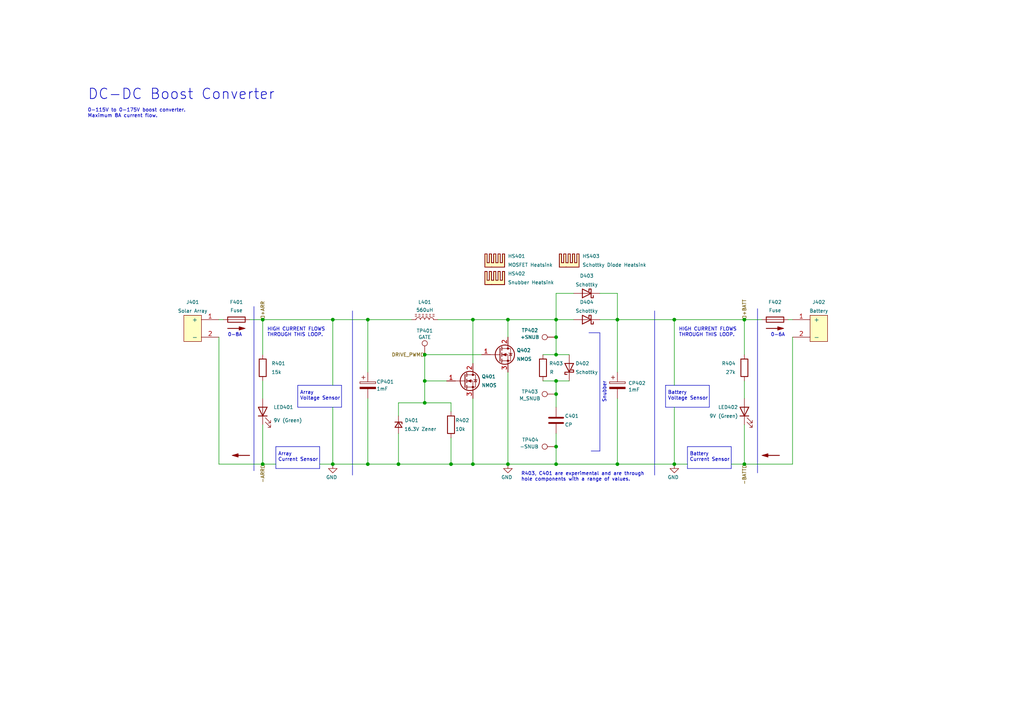
<source format=kicad_sch>
(kicad_sch (version 20230121) (generator eeschema)
  (paper "A4")
  (title_block (title "Sunscatter") (date "2022-06-05") (rev "3.4.0") (company "Longhorn Racing Solar") (comment 1 "Matthew Yu") (comment 2 "Gary Hallock"))
  (lib_symbols
    (symbol "Connector:TestPoint" (pin_numbers hide) (pin_names (offset 0.762) hide)
      (property "Reference" "TP" (at 0 6.858 0))
      (property "Value" "TestPoint" (at 0 5.08 0))
      (symbol "TestPoint_0_1"
        (circle (center 0 3.302) (radius 0.762))
      )
      (symbol "TestPoint_1_1"
        (pin passive line (at 0 0 90) (length 2.54) (name "1") (number "1"))
      )
    )
    (symbol "Device:C" (pin_numbers hide) (pin_names (offset 0.254))
      (property "Reference" "C" (at 0.635 2.54 0))
      (property "Value" "C" (at 0.635 -2.54 0))
      (symbol "C_0_1"
        (polyline (pts (xy -2.032 -0.762) (xy 2.032 -0.762)) (stroke (width 0.508)))
        (polyline (pts (xy -2.032 0.762) (xy 2.032 0.762)) (stroke (width 0.508)))
      )
      (symbol "C_1_1"
        (pin passive line (at 0 3.81 270) (length 2.794) (name "~") (number "1"))
        (pin passive line (at 0 -3.81 90) (length 2.794) (name "~") (number "2"))
      )
    )
    (symbol "Device:C_Polarized" (pin_numbers hide) (pin_names (offset 0.254))
      (property "Reference" "C" (at 0.635 2.54 0))
      (property "Value" "C_Polarized" (at 0.635 -2.54 0))
      (symbol "C_Polarized_0_1"
        (rectangle (start -2.286 0.508) (end 2.286 1.016))
        (polyline (pts (xy -1.778 2.286) (xy -0.762 2.286)))
        (polyline (pts (xy -1.27 2.794) (xy -1.27 1.778)))
        (rectangle (start 2.286 -0.508) (end -2.286 -1.016) (fill (type outline)))
      )
      (symbol "C_Polarized_1_1"
        (pin passive line (at 0 3.81 270) (length 2.794) (name "~") (number "1"))
        (pin passive line (at 0 -3.81 90) (length 2.794) (name "~") (number "2"))
      )
    )
    (symbol "Device:D_Schottky" (pin_numbers hide) (pin_names (offset 1.016) hide)
      (property "Reference" "D" (at 0 2.54 0))
      (property "Value" "D_Schottky" (at 0 -2.54 0))
      (symbol "D_Schottky_0_1"
        (polyline (pts (xy 1.27 0) (xy -1.27 0)))
        (polyline (pts (xy 1.27 1.27) (xy 1.27 -1.27) (xy -1.27 0) (xy 1.27 1.27)) (stroke (width 0.254)))
        (polyline (pts (xy -1.905 0.635) (xy -1.905 1.27) (xy -1.27 1.27) (xy -1.27 -1.27) (xy -0.635 -1.27) (xy -0.635 -0.635)) (stroke (width 0.254)))
      )
      (symbol "D_Schottky_1_1"
        (pin passive line (at -3.81 0 0) (length 2.54) (name "K") (number "1"))
        (pin passive line (at 3.81 0 180) (length 2.54) (name "A") (number "2"))
      )
    )
    (symbol "Device:D_Zener_Small" (pin_numbers hide) (pin_names (offset 0.254) hide)
      (property "Reference" "D" (at 0 2.286 0))
      (property "Value" "D_Zener_Small" (at 0 -2.286 0))
      (symbol "D_Zener_Small_0_1"
        (polyline (pts (xy 0.762 0) (xy -0.762 0)))
        (polyline (pts (xy -0.254 1.016) (xy -0.762 1.016) (xy -0.762 -1.016)) (stroke (width 0.254)))
        (polyline (pts (xy 0.762 1.016) (xy -0.762 0) (xy 0.762 -1.016) (xy 0.762 1.016)) (stroke (width 0.254)))
      )
      (symbol "D_Zener_Small_1_1"
        (pin passive line (at -2.54 0 0) (length 1.778) (name "K") (number "1"))
        (pin passive line (at 2.54 0 180) (length 1.778) (name "A") (number "2"))
      )
    )
    (symbol "Device:Fuse" (pin_numbers hide) (pin_names (offset 0))
      (property "Reference" "F" (at 2.032 0 90))
      (property "Value" "Fuse" (at -1.905 0 90))
      (symbol "Fuse_0_1"
        (rectangle (start -0.762 -2.54) (end 0.762 2.54) (stroke (width 0.254)))
        (polyline (pts (xy 0 2.54) (xy 0 -2.54)))
      )
      (symbol "Fuse_1_1"
        (pin passive line (at 0 3.81 270) (length 1.27) (name "~") (number "1"))
        (pin passive line (at 0 -3.81 90) (length 1.27) (name "~") (number "2"))
      )
    )
    (symbol "Device:LED" (pin_numbers hide) (pin_names (offset 1.016) hide)
      (property "Reference" "D" (at 0 2.54 0))
      (property "Value" "LED" (at 0 -2.54 0))
      (symbol "LED_0_1"
        (polyline (pts (xy -1.27 -1.27) (xy -1.27 1.27)) (stroke (width 0.254)))
        (polyline (pts (xy -1.27 0) (xy 1.27 0)))
        (polyline (pts (xy 1.27 -1.27) (xy 1.27 1.27) (xy -1.27 0) (xy 1.27 -1.27)) (stroke (width 0.254)))
        (polyline (pts (xy -3.048 -0.762) (xy -4.572 -2.286) (xy -3.81 -2.286) (xy -4.572 -2.286) (xy -4.572 -1.524)))
        (polyline (pts (xy -1.778 -0.762) (xy -3.302 -2.286) (xy -2.54 -2.286) (xy -3.302 -2.286) (xy -3.302 -1.524)))
      )
      (symbol "LED_1_1"
        (pin passive line (at -3.81 0 0) (length 2.54) (name "K") (number "1"))
        (pin passive line (at 3.81 0 180) (length 2.54) (name "A") (number "2"))
      )
    )
    (symbol "Device:L_Ferrite" (pin_numbers hide) (pin_names (offset 1.016) hide)
      (property "Reference" "L" (at -1.27 0 90))
      (property "Value" "L_Ferrite" (at 2.794 0 90))
      (symbol "L_Ferrite_0_1"
        (arc (start 0 -2.54) (mid 0.6323 -1.905) (end 0 -1.27))
        (arc (start 0 -1.27) (mid 0.6323 -0.635) (end 0 0))
        (polyline (pts (xy 1.016 -2.794) (xy 1.016 -2.286)))
        (polyline (pts (xy 1.016 -1.778) (xy 1.016 -1.27)))
        (polyline (pts (xy 1.016 -0.762) (xy 1.016 -0.254)))
        (polyline (pts (xy 1.016 0.254) (xy 1.016 0.762)))
        (polyline (pts (xy 1.016 1.27) (xy 1.016 1.778)))
        (polyline (pts (xy 1.016 2.286) (xy 1.016 2.794)))
        (polyline (pts (xy 1.524 -2.286) (xy 1.524 -2.794)))
        (polyline (pts (xy 1.524 -1.27) (xy 1.524 -1.778)))
        (polyline (pts (xy 1.524 -0.254) (xy 1.524 -0.762)))
        (polyline (pts (xy 1.524 0.762) (xy 1.524 0.254)))
        (polyline (pts (xy 1.524 1.778) (xy 1.524 1.27)))
        (polyline (pts (xy 1.524 2.794) (xy 1.524 2.286)))
        (arc (start 0 0) (mid 0.6323 0.635) (end 0 1.27))
        (arc (start 0 1.27) (mid 0.6323 1.905) (end 0 2.54))
      )
      (symbol "L_Ferrite_1_1"
        (pin passive line (at 0 3.81 270) (length 1.27) (name "1") (number "1"))
        (pin passive line (at 0 -3.81 90) (length 1.27) (name "2") (number "2"))
      )
    )
    (symbol "Device:Q_NMOS_GDS" (pin_names (offset 0) hide)
      (property "Reference" "Q" (at 5.08 1.27 0))
      (property "Value" "Q_NMOS_GDS" (at 5.08 -1.27 0))
      (symbol "Q_NMOS_GDS_0_1"
        (polyline (pts (xy 0.254 0) (xy -2.54 0)))
        (polyline (pts (xy 0.254 1.905) (xy 0.254 -1.905)) (stroke (width 0.254)))
        (polyline (pts (xy 0.762 -1.27) (xy 0.762 -2.286)) (stroke (width 0.254)))
        (polyline (pts (xy 0.762 0.508) (xy 0.762 -0.508)) (stroke (width 0.254)))
        (polyline (pts (xy 0.762 2.286) (xy 0.762 1.27)) (stroke (width 0.254)))
        (polyline (pts (xy 2.54 2.54) (xy 2.54 1.778)))
        (polyline (pts (xy 2.54 -2.54) (xy 2.54 0) (xy 0.762 0)))
        (polyline (pts (xy 0.762 -1.778) (xy 3.302 -1.778) (xy 3.302 1.778) (xy 0.762 1.778)))
        (polyline (pts (xy 1.016 0) (xy 2.032 0.381) (xy 2.032 -0.381) (xy 1.016 0)) (fill (type outline)))
        (polyline (pts (xy 2.794 0.508) (xy 2.921 0.381) (xy 3.683 0.381) (xy 3.81 0.254)))
        (polyline (pts (xy 3.302 0.381) (xy 2.921 -0.254) (xy 3.683 -0.254) (xy 3.302 0.381)))
        (circle (center 1.651 0) (radius 2.794) (stroke (width 0.254)))
        (circle (center 2.54 -1.778) (radius 0.254) (fill (type outline)))
        (circle (center 2.54 1.778) (radius 0.254) (fill (type outline)))
      )
      (symbol "Q_NMOS_GDS_1_1"
        (pin input line (at -5.08 0 0) (length 2.54) (name "G") (number "1"))
        (pin passive line (at 2.54 5.08 270) (length 2.54) (name "D") (number "2"))
        (pin passive line (at 2.54 -5.08 90) (length 2.54) (name "S") (number "3"))
      )
    )
    (symbol "Device:R" (pin_numbers hide) (pin_names (offset 0))
      (property "Reference" "R" (at 2.032 0 90))
      (property "Value" "R" (at 0 0 90))
      (symbol "R_0_1"
        (rectangle (start -1.016 -2.54) (end 1.016 2.54) (stroke (width 0.254)))
      )
      (symbol "R_1_1"
        (pin passive line (at 0 3.81 270) (length 1.27) (name "~") (number "1"))
        (pin passive line (at 0 -3.81 90) (length 1.27) (name "~") (number "2"))
      )
    )
    (symbol "Graphic:SYM_Arrow_Normal" (pin_names (offset 1.016))
      (symbol "SYM_Arrow_Normal_0_1"
        (polyline (pts (xy 1.524 0) (xy -2.54 0)) (stroke (width 0.254)))
        (polyline (pts (xy 2.54 0) (xy 0.762 -0.508) (xy 0.762 0.508) (xy 2.54 0)) (fill (type outline)))
      )
    )
    (symbol "MPPT:PWR_Connector_1720796" (pin_names (offset 1.016))
      (property "Reference" "J" (at 0 -5.08 0))
      (property "Value" "PWR_Connector_1720796" (at 0 5.08 0))
      (symbol "PWR_Connector_1720796_0_1"
        (rectangle (start 2.54 3.81) (end -2.54 -3.81) (fill (type background)))
      )
      (symbol "PWR_Connector_1720796_1_1"
        (pin passive line (at 7.62 2.54 180) (length 5.08) (name "+") (number "1"))
        (pin passive line (at 7.62 -2.54 180) (length 5.08) (name "-") (number "2"))
      )
    )
    (symbol "Mechanical:Heatsink" (pin_names (offset 1.016))
      (property "Reference" "HS" (at 0 5.08 0))
      (property "Value" "Heatsink" (at 0 -1.27 0))
      (symbol "Heatsink_0_1"
        (polyline (pts (xy -0.3302 1.27) (xy -0.9652 1.27) (xy -0.9652 3.81) (xy -1.6002 3.81) (xy -1.6002 1.27) (xy -2.2352 1.27) (xy -2.2352 3.81) (xy -2.8702 3.81) (xy -2.8702 0) (xy -0.9652 0)) (stroke (width 0.254)) (fill (type background)))
        (polyline (pts (xy -0.3302 1.27) (xy -0.3302 3.81) (xy 0.3048 3.81) (xy 0.3048 1.27) (xy 0.9398 1.27) (xy 0.9398 3.81) (xy 1.5748 3.81) (xy 1.5748 1.27) (xy 2.2098 1.27) (xy 2.2098 3.81) (xy 2.8448 3.81) (xy 2.8448 0) (xy -0.9652 0)) (stroke (width 0.254)) (fill (type background)))
      )
    )
    (symbol "power:GND" (power) (pin_names (offset 0))
      (property "Value" "GND" (at 0 -3.81 0))
      (symbol "GND_0_1"
        (polyline (pts (xy 0 0) (xy 0 -1.27) (xy 1.27 -1.27) (xy 0 -2.54) (xy -1.27 -1.27) (xy 0 -1.27)))
      )
      (symbol "GND_1_1"
        (pin power_in line (at 0 0 270) (length 0) hide (name "GND") (number "1"))
      )
    )
  )
  (junction (at 195.58 134.62))
  (junction (at 137.16 134.62))
  (junction (at 137.16 92.71))
  (junction (at 76.2 134.62))
  (junction (at 161.29 110.49))
  (junction (at 123.19 116.84))
  (junction (at 195.58 92.71))
  (junction (at 106.68 134.62))
  (junction (at 215.9 92.71))
  (junction (at 130.81 134.62))
  (junction (at 179.07 92.71))
  (junction (at 96.52 134.62))
  (junction (at 123.19 110.49))
  (junction (at 96.52 92.71))
  (junction (at 123.19 102.87))
  (junction (at 215.9 134.62))
  (junction (at 161.29 114.3))
  (junction (at 161.29 129.54))
  (junction (at 106.68 92.71))
  (junction (at 161.29 134.62))
  (junction (at 147.32 134.62))
  (junction (at 115.57 134.62))
  (junction (at 76.2 92.71))
  (junction (at 161.29 97.79))
  (junction (at 179.07 134.62))
  (junction (at 161.29 92.71))
  (junction (at 161.29 102.87))
  (junction (at 147.32 92.71))
  (wire (pts (xy 161.29 114.3) (xy 161.29 118.11)))
  (wire (pts (xy 161.29 129.54) (xy 161.29 134.62)))
  (wire (pts (xy 229.87 92.71) (xy 228.6 92.71)))
  (wire (pts (xy 195.58 134.62) (xy 199.39 134.62)))
  (wire (pts (xy 130.81 116.84) (xy 123.19 116.84)))
  (wire (pts (xy 137.16 92.71) (xy 127 92.71)))
  (wire (pts (xy 76.2 123.19) (xy 76.2 134.62)))
  (wire (pts (xy 147.32 107.95) (xy 147.32 134.62)))
  (wire (pts (xy 63.5 92.71) (xy 64.77 92.71)))
  (polyline (pts (xy 212.09 135.89) (xy 199.39 135.89)))
  (wire (pts (xy 96.52 118.11) (xy 96.52 134.62)))
  (wire (pts (xy 147.32 92.71) (xy 137.16 92.71)))
  (wire (pts (xy 96.52 134.62) (xy 106.68 134.62)))
  (wire (pts (xy 63.5 97.79) (xy 63.5 134.62)))
  (wire (pts (xy 229.87 97.79) (xy 229.87 134.62)))
  (wire (pts (xy 106.68 92.71) (xy 119.38 92.71)))
  (wire (pts (xy 129.54 110.49) (xy 123.19 110.49)))
  (wire (pts (xy 115.57 125.73) (xy 115.57 134.62)))
  (wire (pts (xy 72.39 92.71) (xy 76.2 92.71)))
  (wire (pts (xy 161.29 85.09) (xy 161.29 92.71)))
  (wire (pts (xy 92.71 134.62) (xy 96.52 134.62)))
  (wire (pts (xy 161.29 92.71) (xy 161.29 97.79)))
  (wire (pts (xy 215.9 110.49) (xy 215.9 115.57)))
  (polyline (pts (xy 86.36 118.11) (xy 86.36 111.76)))
  (wire (pts (xy 76.2 92.71) (xy 96.52 92.71)))
  (wire (pts (xy 106.68 115.57) (xy 106.68 134.62)))
  (polyline (pts (xy 173.99 130.81) (xy 171.45 130.81)))
  (polyline (pts (xy 86.36 111.76) (xy 99.06 111.76)))
  (wire (pts (xy 215.9 92.71) (xy 220.98 92.71)))
  (polyline (pts (xy 102.235 90.17) (xy 102.235 137.795)))
  (polyline (pts (xy 205.74 118.11) (xy 193.04 118.11)))
  (wire (pts (xy 115.57 134.62) (xy 130.81 134.62)))
  (wire (pts (xy 229.87 134.62) (xy 215.9 134.62)))
  (wire (pts (xy 161.29 110.49) (xy 161.29 114.3)))
  (polyline (pts (xy 80.01 135.89) (xy 80.01 129.54)))
  (wire (pts (xy 106.68 134.62) (xy 115.57 134.62)))
  (wire (pts (xy 96.52 92.71) (xy 106.68 92.71)))
  (wire (pts (xy 195.58 118.11) (xy 195.58 134.62)))
  (wire (pts (xy 123.19 110.49) (xy 123.19 116.84)))
  (wire (pts (xy 76.2 134.62) (xy 80.01 134.62)))
  (wire (pts (xy 161.29 125.73) (xy 161.29 129.54)))
  (wire (pts (xy 161.29 102.87) (xy 165.1 102.87)))
  (wire (pts (xy 130.81 119.38) (xy 130.81 116.84)))
  (wire (pts (xy 137.16 92.71) (xy 137.16 105.41)))
  (polyline (pts (xy 193.04 111.76) (xy 205.74 111.76)))
  (wire (pts (xy 179.07 85.09) (xy 173.99 85.09)))
  (polyline (pts (xy 189.865 90.17) (xy 189.865 137.795)))
  (polyline (pts (xy 199.39 129.54) (xy 212.09 129.54)))
  (polyline (pts (xy 170.815 96.52) (xy 173.99 96.52)))
  (wire (pts (xy 173.99 92.71) (xy 179.07 92.71)))
  (wire (pts (xy 147.32 134.62) (xy 137.16 134.62)))
  (wire (pts (xy 215.9 134.62) (xy 212.09 134.62)))
  (wire (pts (xy 161.29 110.49) (xy 165.1 110.49)))
  (wire (pts (xy 215.9 123.19) (xy 215.9 134.62)))
  (polyline (pts (xy 219.71 89.535) (xy 219.71 137.16)))
  (wire (pts (xy 157.48 102.87) (xy 161.29 102.87)))
  (polyline (pts (xy 99.06 111.76) (xy 99.06 118.11)))
  (polyline (pts (xy 212.09 129.54) (xy 212.09 135.89)))
  (wire (pts (xy 130.81 127) (xy 130.81 134.62)))
  (wire (pts (xy 157.48 110.49) (xy 161.29 110.49)))
  (wire (pts (xy 147.32 92.71) (xy 161.29 92.71)))
  (wire (pts (xy 179.07 115.57) (xy 179.07 134.62)))
  (polyline (pts (xy 92.71 135.89) (xy 80.01 135.89)))
  (wire (pts (xy 195.58 134.62) (xy 179.07 134.62)))
  (polyline (pts (xy 92.71 129.54) (xy 92.71 135.89)))
  (wire (pts (xy 195.58 92.71) (xy 195.58 111.76)))
  (wire (pts (xy 123.19 102.87) (xy 139.7 102.87)))
  (polyline (pts (xy 173.99 96.52) (xy 173.99 130.81)))
  (polyline (pts (xy 199.39 135.89) (xy 199.39 129.54)))
  (polyline (pts (xy 193.04 118.11) (xy 193.04 111.76)))
  (wire (pts (xy 137.16 134.62) (xy 130.81 134.62)))
  (wire (pts (xy 179.07 92.71) (xy 179.07 107.95)))
  (wire (pts (xy 179.07 92.71) (xy 195.58 92.71)))
  (wire (pts (xy 166.37 85.09) (xy 161.29 85.09)))
  (wire (pts (xy 123.19 110.49) (xy 123.19 102.87)))
  (polyline (pts (xy 80.01 129.54) (xy 92.71 129.54)))
  (polyline (pts (xy 73.66 88.9) (xy 73.66 136.525)))
  (polyline (pts (xy 99.06 118.11) (xy 86.36 118.11)))
  (wire (pts (xy 195.58 92.71) (xy 215.9 92.71)))
  (wire (pts (xy 63.5 134.62) (xy 76.2 134.62)))
  (wire (pts (xy 106.68 92.71) (xy 106.68 107.95)))
  (wire (pts (xy 115.57 116.84) (xy 115.57 120.65)))
  (wire (pts (xy 147.32 97.79) (xy 147.32 92.71)))
  (wire (pts (xy 161.29 92.71) (xy 166.37 92.71)))
  (wire (pts (xy 137.16 115.57) (xy 137.16 134.62)))
  (wire (pts (xy 76.2 92.71) (xy 76.2 102.87)))
  (polyline (pts (xy 205.74 111.76) (xy 205.74 118.11)))
  (wire (pts (xy 179.07 134.62) (xy 161.29 134.62)))
  (wire (pts (xy 123.19 116.84) (xy 115.57 116.84)))
  (wire (pts (xy 76.2 110.49) (xy 76.2 115.57)))
  (wire (pts (xy 161.29 97.79) (xy 161.29 102.87)))
  (wire (pts (xy 215.9 92.71) (xy 215.9 102.87)))
  (wire (pts (xy 96.52 92.71) (xy 96.52 111.76)))
  (wire (pts (xy 179.07 85.09) (xy 179.07 92.71)))
  (wire (pts (xy 161.29 134.62) (xy 147.32 134.62)))
  (text "DC-DC Boost Converter" (at 25.4 29.21 0) (effects (font (size 3 3) (thickness 0.2032) bold) (justify left bottom)))
  (text "Array\nVoltage Sensor" (at 86.995 116.205 0) (effects (font (size 1.016 1.016)) (justify left bottom)))
  (text "HIGH CURRENT FLOWS\nTHROUGH THIS LOOP." (at 77.47 97.79 0) (effects (font (size 1 1)) (justify left bottom)))
  (text "HIGH CURRENT FLOWS\nTHROUGH THIS LOOP." (at 196.85 97.79 0) (effects (font (size 1 1)) (justify left bottom)))
  (text "R403, C401 are experimental and are through \nhole components with a range of values." (at 151.13 139.7 0) (effects (font (size 1 1)) (justify left bottom)))
  (text "0-115V to 0-175V boost converter.\nMaximum 8A current flow." (at 25.4 34.29 0) (effects (font (size 1.016 1.016)) (justify left bottom)))
  (text "0-8A" (at 66.04 97.79 0) (effects (font (size 1 1)) (justify left bottom)))
  (text "0-6A" (at 223.52 97.79 0) (effects (font (size 1 1)) (justify left bottom)))
  (text "Battery\nCurrent Sensor" (at 200.025 133.985 0) (effects (font (size 1.016 1.016)) (justify left bottom)))
  (text "Array\nCurrent Sensor" (at 80.645 133.985 0) (effects (font (size 1.016 1.016)) (justify left bottom)))
  (text "Battery\nVoltage Sensor" (at 193.675 116.205 0) (effects (font (size 1.016 1.016)) (justify left bottom)))
  (text "Snubber" (at 175.895 116.84 90) (effects (font (size 1 1)) (justify left bottom)))
  (hierarchical_label "+BATT" (shape input) (at 215.9 92.71 90) (effects (font (size 1 1))))
  (hierarchical_label "+ARR" (shape input) (at 76.2 92.71 90) (effects (font (size 1 1))))
  (hierarchical_label "DRIVE_PWM" (shape input) (at 123.19 102.87 180) (effects (font (size 1 1))))
  (hierarchical_label "-ARR" (shape input) (at 76.2 134.62 270) (effects (font (size 1 1))))
  (hierarchical_label "-BATT" (shape input) (at 215.9 134.62 270) (effects (font (size 1 1))))
  (symbol (lib_id "Mechanical:Heatsink") (at 143.51 82.55 0) (unit 1)
    (property "Reference" "HS402" (at 147.32 79.375 0) (effects (font (size 1 1)) (justify left)))
    (property "Value" "Snubber Heatsink" (at 147.32 81.915 0) (effects (font (size 1 1)) (justify left)))
    (property "Footprint" "Heatsink:Heatsink_Fischer_SK129-STS_42x25mm_2xDrill2.5mm" (effects hide))
    (property "Datasheet" "https://www.ohmite.com/assets/docs/sink_f_r.pdf" (effects hide))
    (property "Distributor" "Mouser" (effects hide))
    (property "Manufacturer" "Ohmite" (effects hide))
    (property "JLCPCB BOM" "0" (effects hide))
    (property "LCSC Part" "N/A" (effects hide))
    (property "Projected Cost" "2.09" (effects hide))
    (property "Purchase Page" "https://www.mouser.com/ProductDetail/Ohmite/FA-T220-38E?qs=wmFqszA%252Be7PklmA5Rej7jg%3D%3D" (effects hide))
    (property "Manufacturer Part Number" "FA-T220-38E" (effects hide))
    (property "Mouser Part" "588-FA-T220-38E" (effects hide))
  )
  (symbol (lib_id "Device:D_Zener_Small") (at 115.57 123.19 270) (unit 1)
    (property "Reference" "D401" (at 119.38 121.92 90) (effects (font (size 1 1))))
    (property "Value" "16.3V Zener" (at 121.92 124.46 90) (effects (font (size 1 1))))
    (property "Footprint" "Diode_SMD:D_SOD-123F" (effects hide))
    (property "Datasheet" "https://www.mouser.com/datasheet/2/916/BZT52H_SER-1599314.pdf" (effects hide))
    (property "Distributor" "Mouser" (effects hide))
    (property "JLCPCB BOM" "0" (effects hide))
    (property "LCSC Part" "N/A" (effects hide))
    (property "Manufacturer" "Nexperia" (effects hide))
    (property "Projected Cost" "0.23" (effects hide))
    (property "Purchase Page" "https://www.mouser.com/ProductDetail/Nexperia/BZT52H-B16115?qs=A1cBxND5mHKeo8OX6xUkJA%3D%3D" (effects hide))
    (property "Manufacturer Part Number" "BZT52H-B16,115" (effects hide))
    (property "Mouser Part" "771-BZT52HB16115" (effects hide))
  )
  (symbol (lib_id "Device:R") (at 157.48 106.68 0) (unit 1)
    (property "Reference" "R403" (at 161.29 105.41 0) (effects (font (size 1 1))))
    (property "Value" "R" (at 160.02 107.95 0) (effects (font (size 1 1))))
    (property "Footprint" "Package_TO_SOT_THT:TO-220-2_Vertical" (effects hide))
    (property "Datasheet" "https://www.mouser.com/datasheet/2/54/pwr220t_35-778357.pdf" (effects hide))
    (property "Distributor" "Mouser" (effects hide))
    (property "JLCPCB BOM" "0" (effects hide))
    (property "LCSC Part" "N/A" (effects hide))
    (property "Manufacturer" "Bourns" (effects hide))
    (property "Projected Cost" "3.43" (effects hide))
    (property "Purchase Page" "https://www.mouser.com/ProductDetail/Bourns/PWR220T-35-33R0J?qs=%252B9%2Fcbd0IE0QV43aHLVipNg%3D%3D" (effects hide))
    (property "Alternative Part" "See 2, 10, 20, 33, 75, 150 ohm versions." (effects hide))
    (property "Manufacturer Part Number" "PWR220T-35-33R0J" (effects hide))
    (property "Mouser Part" "652-PWR220T-35-33R0J" (effects hide))
  )
  (symbol (lib_id "Connector:TestPoint") (at 161.29 114.3 90) (unit 1)
    (property "Reference" "TP403" (at 153.67 113.03 90) (effects (font (size 1 1)) (justify bottom)))
    (property "Value" "M_SNUB" (at 153.67 115.57 90) (effects (font (size 1 1))))
    (property "Footprint" "TestPoint:TestPoint_Pad_1.0x1.0mm" (effects hide))
  )
  (symbol (lib_id "Graphic:SYM_Arrow_Normal") (at 68.58 95.25 0) (unit 1)
    (property "Reference" "#SYM401" (effects hide))
    (property "Value" "SYM_Arrow_Normal" (effects hide))
  )
  (symbol (lib_id "Device:Q_NMOS_GDS") (at 144.78 102.87 0) (unit 1)
    (property "Reference" "Q402" (at 149.86 101.6 0) (effects (font (size 1 1)) (justify left)))
    (property "Value" "NMOS" (at 149.86 104.14 0) (effects (font (size 1 1)) (justify left)))
    (property "Footprint" "Package_TO_SOT_THT:TO-247-3_Vertical" (effects hide))
    (property "Datasheet" "https://www.mouser.com/datasheet/2/240/Littelfuse_Discrete_MOSFETs_N-Channel_Ultra_Juncti-1856540.pdf" (effects hide))
    (property "Distributor" "Mouser" (effects hide))
    (property "JLCPCB BOM" "0" (effects hide))
    (property "LCSC Part" "N/A" (effects hide))
    (property "Manufacturer" "IXYS" (effects hide))
    (property "Projected Cost" "12.97" (effects hide))
    (property "Purchase Page" "https://www.mouser.com/ProductDetail/IXYS/IXFH80N65X2?qs=gQEZvVdd8GvOwctnV2J88A%3D%3D" (effects hide))
    (property "Alternative Part" "https://www.mouser.com/ProductDetail/IXYS/IXTH62N65X2?qs=uwxL4vQweFOU8MuQLTmSuw%3D%3D" (effects hide))
    (property "Manufacturer Part Number" "IXFH80N65X2" (effects hide))
    (property "Mouser Part" "747-IXFH80N65X2" (effects hide))
  )
  (symbol (lib_id "Device:Fuse") (at 224.79 92.71 270) (unit 1)
    (property "Reference" "F402" (at 224.79 87.63 90) (effects (font (size 1 1))))
    (property "Value" "Fuse" (at 224.79 90.0176 90) (effects (font (size 1 1))))
    (property "Footprint" "Footprints:05200101Z_Fuze_Holder_5x20_PCB_Mount" (effects hide))
    (property "Datasheet" "https://www.mouser.com/datasheet/2/240/Littelfuse_Fuse_Block_520_Datasheet_pdf-1372316.pdf" (effects hide))
    (property "Distributor" "Mouser" (effects hide))
    (property "Manufacturer" "Littelfuse" (effects hide))
    (property "JLCPCB BOM" "0" (effects hide))
    (property "LCSC Part" "N/A" (effects hide))
    (property "Projected Cost" "1.60" (effects hide))
    (property "Purchase Page" "https://www.mouser.com/ProductDetail/Littelfuse/05200101Z?qs=gu7KAQ731URy7T5v0X5a9A%3D%3D" (effects hide))
    (property "Manufacturer Part Number" "05200101Z" (effects hide))
    (property "Mouser Part" "576-05200101Z" (effects hide))
  )
  (symbol (lib_id "MPPT:PWR_Connector_1720796") (at 237.49 95.25 0) (mirror y) (unit 1)
    (property "Reference" "J402" (at 237.49 87.63 0) (effects (font (size 1 1))))
    (property "Value" "Battery" (at 237.49 90.17 0) (effects (font (size 1 1))))
    (property "Footprint" "Footprints:PhoenixContact_PowerCombicon5_GF_2x7.62mm" (effects hide))
    (property "Datasheet" "https://www.mouser.com/datasheet/2/324/4/1720796-1436970.pdf" (effects hide))
    (property "Distributor" "Mouser" (effects hide))
    (property "Manufacturer" "Phoenix Contact" (effects hide))
    (property "JLCPCB BOM" "0" (effects hide))
    (property "LCSC Part" "N/A" (effects hide))
    (property "Projected Cost" "3.49" (effects hide))
    (property "Purchase Page" "https://www.mouser.com/ProductDetail/Phoenix-Contact/1720796?qs=247rt3TV2s67LEA3FU6sPw%3D%3D" (effects hide))
    (property "Manufacturer Part Number" "1720796" (effects hide))
    (property "Mouser Part" "651-1720796" (effects hide))
  )
  (symbol (lib_id "Connector:TestPoint") (at 161.29 129.54 90) (unit 1)
    (property "Reference" "TP404" (at 156.21 127 90) (effects (font (size 1 1)) (justify left bottom)))
    (property "Value" "-SNUB" (at 156.21 129.54 90) (effects (font (size 1 1)) (justify left)))
    (property "Footprint" "TestPoint:TestPoint_Pad_1.0x1.0mm" (effects hide))
  )
  (symbol (lib_id "Graphic:SYM_Arrow_Normal") (at 224.79 95.25 0) (unit 1)
    (property "Reference" "#SYM404" (effects hide))
    (property "Value" "SYM_Arrow_Normal" (effects hide))
  )
  (symbol (lib_id "Device:D_Schottky") (at 170.18 92.71 180) (unit 1)
    (property "Reference" "D404" (at 170.18 87.63 0) (effects (font (size 1 1))))
    (property "Value" "Schottky" (at 170.18 90.17 0) (effects (font (size 1 1))))
    (property "Footprint" "Package_TO_SOT_THT:TO-220-2_Vertical" (effects hide))
    (property "Datasheet" "https://www.mouser.com/ProductDetail/ROHM-Semiconductor/SCS308AHGC9?qs=W0yvOO0ixfGcboHaYCByAA%3D%3D" (effects hide))
    (property "Distributor" "Mouser" (effects hide))
    (property "JLCPCB BOM" "0" (effects hide))
    (property "LCSC Part" "N/A" (effects hide))
    (property "Manufacturer" "ROHM Semiconductor" (effects hide))
    (property "Projected Cost" "4.11" (effects hide))
    (property "Purchase Page" "https://www.mouser.com/ProductDetail/ROHM-Semiconductor/SCS308AHGC9?qs=W0yvOO0ixfGcboHaYCByAA%3D%3D" (effects hide))
    (property "Manufacturer Part Number" "SCS308AHGC9" (effects hide))
    (property "Mouser Part" "755-SCS308AHGC9" (effects hide))
  )
  (symbol (lib_id "Device:C_Polarized") (at 179.07 111.76 0) (unit 1)
    (property "Reference" "CP402" (at 182.245 111.125 0) (effects (font (size 1 1)) (justify left)))
    (property "Value" "1mF" (at 182.245 113.03 0) (effects (font (size 1 1)) (justify left)))
    (property "Footprint" "Capacitor_THT:CP_Radial_D30.0mm_P10.00mm_SnapIn" (effects hide))
    (property "Datasheet" "https://www.mouser.com/datasheet/2/88/CDUB_S_A0012506074_1-2540184.pdf" (effects hide))
    (property "Distributor" "Mouser" (effects hide))
    (property "JLCPCB BOM" "0" (effects hide))
    (property "LCSC Part" "N/A" (effects hide))
    (property "Manufacturer" "Cornell Dubilier" (effects hide))
    (property "Projected Cost" "7.13" (effects hide))
    (property "Purchase Page" "https://www.mouser.com/ProductDetail/Cornell-Dubilier-CDE/SLPX102M250E5P3?qs=5mhQgkvyHZCVm4s8jkm1mg%3D%3D" (effects hide))
    (property "Manufacturer Part Number" "SLPX102M250E5P3" (effects hide))
    (property "Mouser Part" "598-SLPX102M250E5P3" (effects hide))
  )
  (symbol (lib_id "Device:Fuse") (at 68.58 92.71 270) (unit 1)
    (property "Reference" "F401" (at 68.58 87.63 90) (effects (font (size 1 1))))
    (property "Value" "Fuse" (at 68.58 90.0176 90) (effects (font (size 1 1))))
    (property "Footprint" "Footprints:05200101Z_Fuze_Holder_5x20_PCB_Mount" (effects hide))
    (property "Datasheet" "https://www.mouser.com/datasheet/2/240/Littelfuse_Fuse_Block_520_Datasheet_pdf-1372316.pdf" (effects hide))
    (property "Distributor" "Mouser" (effects hide))
    (property "Manufacturer" "Littelfuse" (effects hide))
    (property "JLCPCB BOM" "0" (effects hide))
    (property "LCSC Part" "N/A" (effects hide))
    (property "Projected Cost" "1.60" (effects hide))
    (property "Purchase Page" "https://www.mouser.com/ProductDetail/Littelfuse/05200101Z?qs=gu7KAQ731URy7T5v0X5a9A%3D%3D" (effects hide))
    (property "Manufacturer Part Number" "05200101Z" (effects hide))
    (property "Mouser Part" "576-05200101Z" (effects hide))
  )
  (symbol (lib_id "Device:D_Schottky") (at 170.18 85.09 180) (unit 1)
    (property "Reference" "D403" (at 170.18 80.01 0) (effects (font (size 1 1))))
    (property "Value" "Schottky" (at 170.18 82.55 0) (effects (font (size 1 1))))
    (property "Footprint" "Package_TO_SOT_THT:TO-220-2_Vertical" (effects hide))
    (property "Datasheet" "https://www.mouser.com/ProductDetail/ROHM-Semiconductor/SCS308AHGC9?qs=W0yvOO0ixfGcboHaYCByAA%3D%3D" (effects hide))
    (property "Distributor" "Mouser" (effects hide))
    (property "JLCPCB BOM" "0" (effects hide))
    (property "LCSC Part" "N/A" (effects hide))
    (property "Manufacturer" "ROHM Semiconductor" (effects hide))
    (property "Projected Cost" "4.11" (effects hide))
    (property "Purchase Page" "https://www.mouser.com/ProductDetail/ROHM-Semiconductor/SCS308AHGC9?qs=W0yvOO0ixfGcboHaYCByAA%3D%3D" (effects hide))
    (property "Manufacturer Part Number" "SCS308AHGC9" (effects hide))
    (property "Mouser Part" "755-SCS308AHGC9" (effects hide))
  )
  (symbol (lib_id "Device:C") (at 161.29 121.92 0) (unit 1)
    (property "Reference" "C401" (at 163.83 120.65 0) (effects (font (size 1 1)) (justify left)))
    (property "Value" "CP" (at 163.83 123.19 0) (effects (font (size 1 1)) (justify left)))
    (property "Footprint" "Capacitor_THT:C_Rect_L16.5mm_W7.0mm_P15.00mm_MKT" (effects hide))
    (property "Datasheet" "https://www.mouser.com/datasheet/2/427/VISH_S_A0001434907_1-2567395.pdf" (effects hide))
    (property "Distributor" "Mouser" (effects hide))
    (property "JLCPCB BOM" "0" (effects hide))
    (property "LCSC Part" "N/A" (effects hide))
    (property "Mouser Part" "75-MKT1813247635 " (effects hide))
    (property "Manufacturer" "Vishay" (effects hide))
    (property "Manufacturer Part Number" "MKT1813247635 " (effects hide))
    (property "Projected Cost" "1.53" (effects hide))
    (property "Purchase Page" "https://www.mouser.com/ProductDetail/Vishay-Roederstein/MKT1813247635?qs=2ImG92Kq1uwUH7xpEU6QAA%3D%3D" (effects hide))
    (property "Alternative Part" "See 1nF, 2.2nF, 4.7nF, 10nF, 22nF, 47nF versions." (effects hide))
  )
  (symbol (lib_id "Device:C_Polarized") (at 106.68 111.76 0) (unit 1)
    (property "Reference" "CP401" (at 109.22 110.744 0) (effects (font (size 1 1)) (justify left)))
    (property "Value" "1mF" (at 109.22 112.776 0) (effects (font (size 1 1)) (justify left)))
    (property "Footprint" "Capacitor_THT:CP_Radial_D30.0mm_P10.00mm_SnapIn" (effects hide))
    (property "Datasheet" "https://www.mouser.com/datasheet/2/88/CDUB_S_A0012506074_1-2540184.pdf" (effects hide))
    (property "Distributor" "Mouser" (effects hide))
    (property "JLCPCB BOM" "0" (effects hide))
    (property "LCSC Part" "N/A" (effects hide))
    (property "Manufacturer" "Cornell Dubilier" (effects hide))
    (property "Projected Cost" "7.13" (effects hide))
    (property "Purchase Page" "https://www.mouser.com/ProductDetail/Cornell-Dubilier-CDE/SLPX102M250E5P3?qs=5mhQgkvyHZCVm4s8jkm1mg%3D%3D" (effects hide))
    (property "Manufacturer Part Number" "SLPX102M250E5P3" (effects hide))
    (property "Mouser Part" "598-SLPX102M250E5P3" (effects hide))
  )
  (symbol (lib_id "Mechanical:Heatsink") (at 165.1 77.47 0) (unit 1)
    (property "Reference" "HS403" (at 168.91 74.295 0) (effects (font (size 1 1)) (justify left)))
    (property "Value" "Schottky Diode Heatsink" (at 168.91 76.835 0) (effects (font (size 1 1)) (justify left)))
    (property "Footprint" "Heatsink:Heatsink_Fischer_SK129-STS_42x25mm_2xDrill2.5mm" (effects hide))
    (property "Datasheet" "https://www.ohmite.com/assets/docs/sink_f_r.pdf" (effects hide))
    (property "Distributor" "Mouser" (effects hide))
    (property "Manufacturer" "Ohmite" (effects hide))
    (property "JLCPCB BOM" "0" (effects hide))
    (property "LCSC Part" "N/A" (effects hide))
    (property "Projected Cost" "2.09" (effects hide))
    (property "Purchase Page" "https://www.mouser.com/ProductDetail/Ohmite/FA-T220-38E?qs=wmFqszA%252Be7PklmA5Rej7jg%3D%3D" (effects hide))
    (property "Manufacturer Part Number" "FA-T220-38E" (effects hide))
    (property "Mouser Part" "588-FA-T220-38E" (effects hide))
  )
  (symbol (lib_id "power:GND") (at 195.58 134.62 0) (unit 1)
    (property "Reference" "#PWR0403" (effects hide))
    (property "Value" "GND" (at 196.85 138.43 0) (effects (font (size 1 1)) (justify right)))
  )
  (symbol (lib_id "Device:LED") (at 215.9 119.38 90) (unit 1)
    (property "Reference" "LED402" (at 208.28 118.11 90) (effects (font (size 1 1)) (justify right)))
    (property "Value" "9V (Green)" (at 205.74 120.65 90) (effects (font (size 1 1)) (justify right)))
    (property "Footprint" "LED_SMD:LED_0805_2012Metric" (effects hide))
    (property "Datasheet" "https://www.mouser.com/datasheet/2/216/APTD2012LCGCK-1102037.pdf" (effects hide))
    (property "Distributor" "Mouser" (effects hide))
    (property "Manufacturer" "Kingbright" (effects hide))
    (property "JLCPCB BOM" "0" (effects hide))
    (property "LCSC Part" "N/A" (effects hide))
    (property "Projected Cost" "0.42" (effects hide))
    (property "Purchase Page" "https://www.mouser.com/ProductDetail/Kingbright/APTD2012LCGCK?qs=AQlKX63v8RvNHN%2F9EGvNTg%3D%3D" (effects hide))
    (property "Manufacturer Part Number" "APTD2012LCGCK" (effects hide))
    (property "Mouser Part" "604-APTD2012LCGCK" (effects hide))
  )
  (symbol (lib_id "Graphic:SYM_Arrow_Normal") (at 223.52 132.08 180) (unit 1)
    (property "Reference" "#SYM403" (effects hide))
    (property "Value" "SYM_Arrow_Normal" (effects hide))
  )
  (symbol (lib_id "Graphic:SYM_Arrow_Normal") (at 69.85 132.08 180) (unit 1)
    (property "Reference" "#SYM402" (effects hide))
    (property "Value" "SYM_Arrow_Normal" (effects hide))
  )
  (symbol (lib_id "Device:R") (at 130.81 123.19 0) (unit 1)
    (property "Reference" "R402" (at 132.08 121.92 0) (effects (font (size 1 1)) (justify left)))
    (property "Value" "10k" (at 132.08 124.46 0) (effects (font (size 1 1)) (justify left)))
    (property "Footprint" "Resistor_SMD:R_0805_2012Metric" (effects hide))
    (property "Datasheet" "https://datasheet.lcsc.com/lcsc/2110251730_UNI-ROYAL-Uniroyal-Elec-0805W8F1002T5E_C17414.pdf" (effects hide))
    (property "Distributor" "JLCPCB" (effects hide))
    (property "JLCPCB BOM" "1" (effects hide))
    (property "LCSC Part" "C17414" (effects hide))
    (property "Manufacturer" "Uniroyal Elec" (effects hide))
    (property "Projected Cost" "0.0023" (effects hide))
    (property "Purchase Page" "N/A" (effects hide))
    (property "Manufacturer Part Number" "0805W8F1002T5E" (effects hide))
    (property "Mouser Part" "N/A" (effects hide))
  )
  (symbol (lib_id "Device:LED") (at 76.2 119.38 90) (unit 1)
    (property "Reference" "LED401" (at 85.09 118.11 90) (effects (font (size 1 1)) (justify left)))
    (property "Value" "9V (Green)" (at 87.63 121.92 90) (effects (font (size 1 1)) (justify left)))
    (property "Footprint" "LED_SMD:LED_0805_2012Metric" (effects hide))
    (property "Datasheet" "https://www.mouser.com/datasheet/2/216/APTD2012LCGCK-1102037.pdf" (effects hide))
    (property "Distributor" "Mouser" (effects hide))
    (property "Manufacturer" "Kingbright" (effects hide))
    (property "JLCPCB BOM" "0" (effects hide))
    (property "LCSC Part" "N/A" (effects hide))
    (property "Projected Cost" "0.42" (effects hide))
    (property "Purchase Page" "https://www.mouser.com/ProductDetail/Kingbright/APTD2012LCGCK?qs=AQlKX63v8RvNHN%2F9EGvNTg%3D%3D" (effects hide))
    (property "Manufacturer Part Number" "APTD2012LCGCK" (effects hide))
    (property "Mouser Part" "604-APTD2012LCGCK" (effects hide))
  )
  (symbol (lib_id "MPPT:PWR_Connector_1720796") (at 55.88 95.25 0) (unit 1)
    (property "Reference" "J401" (at 55.88 87.63 0) (effects (font (size 1 1))))
    (property "Value" "Solar Array" (at 55.88 90.17 0) (effects (font (size 1 1))))
    (property "Footprint" "Footprints:PhoenixContact_PowerCombicon5_GF_2x7.62mm" (effects hide))
    (property "Datasheet" "https://www.mouser.com/datasheet/2/324/4/1720796-1436970.pdf" (effects hide))
    (property "Distributor" "Mouser" (effects hide))
    (property "Manufacturer" "Phoenix Contact" (effects hide))
    (property "JLCPCB BOM" "0" (effects hide))
    (property "LCSC Part" "N/A" (effects hide))
    (property "Projected Cost" "3.49" (effects hide))
    (property "Purchase Page" "https://www.mouser.com/ProductDetail/Phoenix-Contact/1720796?qs=247rt3TV2s67LEA3FU6sPw%3D%3D" (effects hide))
    (property "Manufacturer Part Number" "1720796" (effects hide))
    (property "Mouser Part" "651-1720796" (effects hide))
  )
  (symbol (lib_id "power:GND") (at 96.52 134.62 0) (unit 1)
    (property "Reference" "#PWR0401" (effects hide))
    (property "Value" "GND" (at 97.79 138.43 0) (effects (font (size 1 1)) (justify right)))
  )
  (symbol (lib_id "Device:Q_NMOS_GDS") (at 134.62 110.49 0) (unit 1)
    (property "Reference" "Q401" (at 139.7 109.22 0) (effects (font (size 1 1)) (justify left)))
    (property "Value" "NMOS" (at 139.7 111.76 0) (effects (font (size 1 1)) (justify left)))
    (property "Footprint" "Package_TO_SOT_THT:TO-247-3_Vertical" (effects hide))
    (property "Datasheet" "https://www.mouser.com/datasheet/2/240/Littelfuse_Discrete_MOSFETs_N-Channel_Ultra_Juncti-1856540.pdf" (effects hide))
    (property "Distributor" "Mouser" (effects hide))
    (property "JLCPCB BOM" "0" (effects hide))
    (property "LCSC Part" "N/A" (effects hide))
    (property "Manufacturer" "IXYS" (effects hide))
    (property "Projected Cost" "12.97" (effects hide))
    (property "Purchase Page" "https://www.mouser.com/ProductDetail/IXYS/IXFH80N65X2?qs=gQEZvVdd8GvOwctnV2J88A%3D%3D" (effects hide))
    (property "Alternative Part" "https://www.mouser.com/ProductDetail/IXYS/IXTH62N65X2?qs=uwxL4vQweFOU8MuQLTmSuw%3D%3D" (effects hide))
    (property "Manufacturer Part Number" "IXFH80N65X2" (effects hide))
    (property "Mouser Part" "747-IXFH80N65X2" (effects hide))
  )
  (symbol (lib_id "Mechanical:Heatsink") (at 143.51 77.47 0) (unit 1)
    (property "Reference" "HS401" (at 147.32 74.295 0) (effects (font (size 1 1)) (justify left)))
    (property "Value" "MOSFET Heatsink" (at 147.32 76.835 0) (effects (font (size 1 1)) (justify left)))
    (property "Footprint" "Heatsink:Heatsink_Fischer_SK129-STS_42x25mm_2xDrill2.5mm" (effects hide))
    (property "Datasheet" "https://www.ohmite.com/assets/docs/sink_f_r.pdf" (effects hide))
    (property "Distributor" "Mouser" (effects hide))
    (property "Manufacturer" "Ohmite" (effects hide))
    (property "JLCPCB BOM" "0" (effects hide))
    (property "LCSC Part" "N/A" (effects hide))
    (property "Projected Cost" "2.09" (effects hide))
    (property "Purchase Page" "https://www.mouser.com/ProductDetail/Ohmite/FA-T220-38E?qs=wmFqszA%252Be7PklmA5Rej7jg%3D%3D" (effects hide))
    (property "Manufacturer Part Number" "FA-T220-38E" (effects hide))
    (property "Mouser Part" "588-FA-T220-38E" (effects hide))
  )
  (symbol (lib_id "Connector:TestPoint") (at 123.19 102.87 0) (unit 1)
    (property "Reference" "TP401" (at 123.19 96.52 0) (effects (font (size 1 1)) (justify bottom)))
    (property "Value" "GATE" (at 123.19 97.79 0) (effects (font (size 1 1))))
    (property "Footprint" "TestPoint:TestPoint_Pad_1.0x1.0mm" (effects hide))
  )
  (symbol (lib_id "power:GND") (at 147.32 134.62 0) (unit 1)
    (property "Reference" "#PWR0402" (effects hide))
    (property "Value" "GND" (at 148.59 138.43 0) (effects (font (size 1 1)) (justify right)))
  )
  (symbol (lib_id "Device:D_Schottky") (at 165.1 106.68 90) (unit 1)
    (property "Reference" "D402" (at 168.91 105.41 90) (effects (font (size 1 1))))
    (property "Value" "Schottky" (at 170.18 107.95 90) (effects (font (size 1 1))))
    (property "Footprint" "Package_TO_SOT_THT:TO-220-2_Vertical" (effects hide))
    (property "Datasheet" "https://www.mouser.com/ProductDetail/ROHM-Semiconductor/SCS308AHGC9?qs=W0yvOO0ixfGcboHaYCByAA%3D%3D" (effects hide))
    (property "Distributor" "Mouser" (effects hide))
    (property "JLCPCB BOM" "0" (effects hide))
    (property "LCSC Part" "N/A" (effects hide))
    (property "Manufacturer" "ROHM Semiconductor" (effects hide))
    (property "Projected Cost" "4.11" (effects hide))
    (property "Purchase Page" "https://www.mouser.com/ProductDetail/ROHM-Semiconductor/SCS308AHGC9?qs=W0yvOO0ixfGcboHaYCByAA%3D%3D" (effects hide))
    (property "Manufacturer Part Number" "SCS308AHGC9" (effects hide))
    (property "Mouser Part" "755-SCS308AHGC9" (effects hide))
  )
  (symbol (lib_id "Device:L_Ferrite") (at 123.19 92.71 90) (unit 1)
    (property "Reference" "L401" (at 123.19 87.63 90) (effects (font (size 1 1))))
    (property "Value" "560uH" (at 123.19 89.916 90) (effects (font (size 1 1))))
    (property "Footprint" "Footprints:L_Toroid_Vertical_L46.0mm_W19.1mm_P21.80mm_Bourns_5700" (effects hide))
    (property "Datasheet" "https://www.coilws.com/images/HF3302-601M-8.0A%20Rev.A.pdf" (effects hide))
    (property "Distributor" "CoilWS" (effects hide))
    (property "JLCPCB BOM" "0" (effects hide))
    (property "LCSC Part" "N/A" (effects hide))
    (property "Manufacturer" "Coil Winding Specialist, Inc" (effects hide))
    (property "Projected Cost" "11.50" (effects hide))
    (property "Purchase Page" "https://www.coilws.com/index.php?main_page=index&cPath=208_212_228_237" (effects hide))
    (property "Manufacturer Part Number" "HF400-601M-8.0AV" (effects hide))
    (property "Mouser Part" "N/A" (effects hide))
  )
  (symbol (lib_id "Device:R") (at 215.9 106.68 0) (unit 1)
    (property "Reference" "R404" (at 213.36 105.41 0) (effects (font (size 1 1)) (justify right)))
    (property "Value" "27k" (at 213.36 107.95 0) (effects (font (size 1 1)) (justify right)))
    (property "Footprint" "Resistor_SMD:R_0805_2012Metric" (effects hide))
    (property "Datasheet" "https://datasheet.lcsc.com/lcsc/2110251830_UNI-ROYAL-Uniroyal-Elec-0805W8F2702T5E_C17593.pdf" (effects hide))
    (property "Distributor" "JLCPCB" (effects hide))
    (property "Manufacturer" "Uniroyal Elec" (effects hide))
    (property "JLCPCB BOM" "1" (effects hide))
    (property "LCSC Part" "C17593" (effects hide))
    (property "Projected Cost" "0.0024" (effects hide))
    (property "Purchase Page" "N/A" (effects hide))
    (property "Manufacturer Part Number" "0805W8F2702T5E" (effects hide))
    (property "Mouser Part" "N/A" (effects hide))
  )
  (symbol (lib_id "Connector:TestPoint") (at 161.29 97.79 90) (unit 1)
    (property "Reference" "TP402" (at 153.67 95.25 90) (effects (font (size 1 1)) (justify bottom)))
    (property "Value" "+SNUB" (at 153.67 97.79 90) (effects (font (size 1 1))))
    (property "Footprint" "TestPoint:TestPoint_Pad_1.0x1.0mm" (effects hide))
  )
  (symbol (lib_id "Device:R") (at 76.2 106.68 0) (unit 1)
    (property "Reference" "R401" (at 78.74 105.41 0) (effects (font (size 1 1)) (justify left)))
    (property "Value" "15k" (at 78.74 107.95 0) (effects (font (size 1 1)) (justify left)))
    (property "Footprint" "Resistor_SMD:R_0805_2012Metric" (effects hide))
    (property "Datasheet" "https://datasheet.lcsc.com/lcsc/2110251730_UNI-ROYAL-Uniroyal-Elec-0805W8F1502T5E_C17475.pdf" (effects hide))
    (property "Distributor" "JLCPCB" (effects hide))
    (property "Manufacturer" "Uniroyal Elec" (effects hide))
    (property "JLCPCB BOM" "1" (effects hide))
    (property "LCSC Part" "C17475" (effects hide))
    (property "Projected Cost" "0.0024" (effects hide))
    (property "Purchase Page" "N/A" (effects hide))
    (property "Manufacturer Part Number" "0805W8F1502T5E" (effects hide))
    (property "Mouser Part" "N/A" (effects hide))
  )
)
</source>
